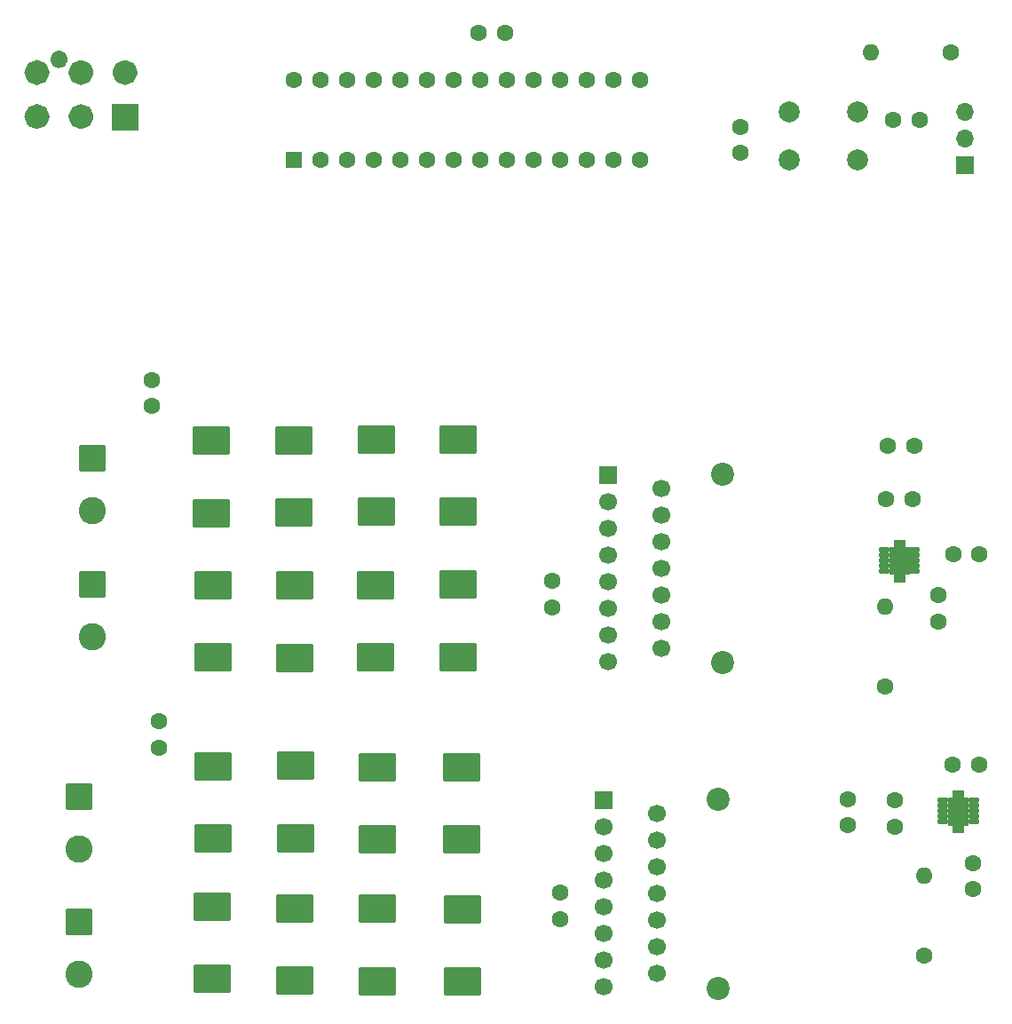
<source format=gbr>
%TF.GenerationSoftware,KiCad,Pcbnew,9.0.0*%
%TF.CreationDate,2025-03-14T18:44:21-06:00*%
%TF.ProjectId,MotorControllerBoardV2,4d6f746f-7243-46f6-9e74-726f6c6c6572,rev?*%
%TF.SameCoordinates,Original*%
%TF.FileFunction,Soldermask,Top*%
%TF.FilePolarity,Negative*%
%FSLAX46Y46*%
G04 Gerber Fmt 4.6, Leading zero omitted, Abs format (unit mm)*
G04 Created by KiCad (PCBNEW 9.0.0) date 2025-03-14 18:44:21*
%MOMM*%
%LPD*%
G01*
G04 APERTURE LIST*
G04 Aperture macros list*
%AMRoundRect*
0 Rectangle with rounded corners*
0 $1 Rounding radius*
0 $2 $3 $4 $5 $6 $7 $8 $9 X,Y pos of 4 corners*
0 Add a 4 corners polygon primitive as box body*
4,1,4,$2,$3,$4,$5,$6,$7,$8,$9,$2,$3,0*
0 Add four circle primitives for the rounded corners*
1,1,$1+$1,$2,$3*
1,1,$1+$1,$4,$5*
1,1,$1+$1,$6,$7*
1,1,$1+$1,$8,$9*
0 Add four rect primitives between the rounded corners*
20,1,$1+$1,$2,$3,$4,$5,0*
20,1,$1+$1,$4,$5,$6,$7,0*
20,1,$1+$1,$6,$7,$8,$9,0*
20,1,$1+$1,$8,$9,$2,$3,0*%
G04 Aperture macros list end*
%ADD10C,0.010000*%
%ADD11C,1.226200*%
%ADD12C,0.846200*%
%ADD13C,1.600000*%
%ADD14RoundRect,0.102000X0.425000X0.140000X-0.425000X0.140000X-0.425000X-0.140000X0.425000X-0.140000X0*%
%ADD15O,1.600000X1.600000*%
%ADD16RoundRect,0.102000X1.650000X-1.250000X1.650000X1.250000X-1.650000X1.250000X-1.650000X-1.250000X0*%
%ADD17RoundRect,0.250000X-1.050000X1.050000X-1.050000X-1.050000X1.050000X-1.050000X1.050000X1.050000X0*%
%ADD18C,2.600000*%
%ADD19C,2.000000*%
%ADD20C,1.540000*%
%ADD21R,1.700000X1.700000*%
%ADD22O,1.700000X1.700000*%
%ADD23RoundRect,0.250000X0.550000X-0.550000X0.550000X0.550000X-0.550000X0.550000X-0.550000X-0.550000X0*%
%ADD24R,1.695000X1.695000*%
%ADD25C,1.695000*%
%ADD26C,2.200000*%
G04 APERTURE END LIST*
D10*
%TO.C,U4*%
X188132500Y-94480000D02*
X188152500Y-94480000D01*
X188152500Y-93780000D01*
X188632500Y-93780000D01*
X188632500Y-94480000D01*
X189067500Y-94480000D01*
X189067500Y-97080000D01*
X188632500Y-97080000D01*
X188632500Y-97780000D01*
X188152500Y-97780000D01*
X188152500Y-97080000D01*
X188132500Y-97080000D01*
X188132500Y-97780000D01*
X187652500Y-97780000D01*
X187652500Y-97080000D01*
X187217500Y-97080000D01*
X187217500Y-94480000D01*
X187652500Y-94480000D01*
X187652500Y-93780000D01*
X188132500Y-93780000D01*
X188132500Y-94480000D01*
G36*
X188132500Y-94480000D02*
G01*
X188152500Y-94480000D01*
X188152500Y-93780000D01*
X188632500Y-93780000D01*
X188632500Y-94480000D01*
X189067500Y-94480000D01*
X189067500Y-97080000D01*
X188632500Y-97080000D01*
X188632500Y-97780000D01*
X188152500Y-97780000D01*
X188152500Y-97080000D01*
X188132500Y-97080000D01*
X188132500Y-97780000D01*
X187652500Y-97780000D01*
X187652500Y-97080000D01*
X187217500Y-97080000D01*
X187217500Y-94480000D01*
X187652500Y-94480000D01*
X187652500Y-93780000D01*
X188132500Y-93780000D01*
X188132500Y-94480000D01*
G37*
%TO.C,U3*%
X193730000Y-118370000D02*
X193750000Y-118370000D01*
X193750000Y-117670000D01*
X194230000Y-117670000D01*
X194230000Y-118370000D01*
X194665000Y-118370000D01*
X194665000Y-120970000D01*
X194230000Y-120970000D01*
X194230000Y-121670000D01*
X193750000Y-121670000D01*
X193750000Y-120970000D01*
X193730000Y-120970000D01*
X193730000Y-121670000D01*
X193250000Y-121670000D01*
X193250000Y-120970000D01*
X192815000Y-120970000D01*
X192815000Y-118370000D01*
X193250000Y-118370000D01*
X193250000Y-117670000D01*
X193730000Y-117670000D01*
X193730000Y-118370000D01*
G36*
X193730000Y-118370000D02*
G01*
X193750000Y-118370000D01*
X193750000Y-117670000D01*
X194230000Y-117670000D01*
X194230000Y-118370000D01*
X194665000Y-118370000D01*
X194665000Y-120970000D01*
X194230000Y-120970000D01*
X194230000Y-121670000D01*
X193750000Y-121670000D01*
X193750000Y-120970000D01*
X193730000Y-120970000D01*
X193730000Y-121670000D01*
X193250000Y-121670000D01*
X193250000Y-120970000D01*
X192815000Y-120970000D01*
X192815000Y-118370000D01*
X193250000Y-118370000D01*
X193250000Y-117670000D01*
X193730000Y-117670000D01*
X193730000Y-118370000D01*
G37*
D11*
%TO.C,J1*%
X110713100Y-53460000D02*
G75*
G02*
X109486900Y-53460000I-613100J0D01*
G01*
X109486900Y-53460000D02*
G75*
G02*
X110713100Y-53460000I613100J0D01*
G01*
X106513100Y-53460000D02*
G75*
G02*
X105286900Y-53460000I-613100J0D01*
G01*
X105286900Y-53460000D02*
G75*
G02*
X106513100Y-53460000I613100J0D01*
G01*
X114913100Y-49260000D02*
G75*
G02*
X113686900Y-49260000I-613100J0D01*
G01*
X113686900Y-49260000D02*
G75*
G02*
X114913100Y-49260000I613100J0D01*
G01*
X110713100Y-49260000D02*
G75*
G02*
X109486900Y-49260000I-613100J0D01*
G01*
X109486900Y-49260000D02*
G75*
G02*
X110713100Y-49260000I613100J0D01*
G01*
X106513100Y-49260000D02*
G75*
G02*
X105286900Y-49260000I-613100J0D01*
G01*
X105286900Y-49260000D02*
G75*
G02*
X106513100Y-49260000I613100J0D01*
G01*
D12*
X108423100Y-48000000D02*
G75*
G02*
X107576900Y-48000000I-423100J0D01*
G01*
X107576900Y-48000000D02*
G75*
G02*
X108423100Y-48000000I423100J0D01*
G01*
D10*
X115526200Y-54686200D02*
X113073800Y-54686200D01*
X113073800Y-52233800D01*
X115526200Y-52233800D01*
X115526200Y-54686200D01*
G36*
X115526200Y-54686200D02*
G01*
X113073800Y-54686200D01*
X113073800Y-52233800D01*
X115526200Y-52233800D01*
X115526200Y-54686200D01*
G37*
%TD*%
D13*
%TO.C,C10*%
X195140000Y-124610000D03*
X195140000Y-127110000D03*
%TD*%
%TO.C,C9*%
X195730000Y-115270000D03*
X193230000Y-115270000D03*
%TD*%
D14*
%TO.C,U4*%
X189617500Y-96780000D03*
X189617500Y-96280000D03*
X189617500Y-95780000D03*
X189617500Y-95280000D03*
X189617500Y-94780000D03*
X186667500Y-94780000D03*
X186667500Y-95280000D03*
X186667500Y-95780000D03*
X186667500Y-96280000D03*
X186667500Y-96780000D03*
%TD*%
%TO.C,U3*%
X195215000Y-120670000D03*
X195215000Y-120170000D03*
X195215000Y-119670000D03*
X195215000Y-119170000D03*
X195215000Y-118670000D03*
X192265000Y-118670000D03*
X192265000Y-119170000D03*
X192265000Y-119670000D03*
X192265000Y-120170000D03*
X192265000Y-120670000D03*
%TD*%
D13*
%TO.C,C14*%
X155820000Y-129970000D03*
X155820000Y-127470000D03*
%TD*%
%TO.C,R2*%
X190540000Y-133420000D03*
D15*
X190540000Y-125800000D03*
%TD*%
D13*
%TO.C,C7*%
X173010000Y-54410000D03*
X173010000Y-56910000D03*
%TD*%
%TO.C,R3*%
X193020000Y-47320000D03*
D15*
X185400000Y-47320000D03*
%TD*%
D16*
%TO.C,D3*%
X130392500Y-91210000D03*
X130392500Y-84310000D03*
%TD*%
%TO.C,D4*%
X122512500Y-91242500D03*
X122512500Y-84342500D03*
%TD*%
%TO.C,D5*%
X146042500Y-104965000D03*
X146042500Y-98065000D03*
%TD*%
%TO.C,D1*%
X146072500Y-91122500D03*
X146072500Y-84222500D03*
%TD*%
%TO.C,D10*%
X130482500Y-135837500D03*
X130482500Y-128937500D03*
%TD*%
%TO.C,D2*%
X138242500Y-91120000D03*
X138242500Y-84220000D03*
%TD*%
%TO.C,D6*%
X138212500Y-105022500D03*
X138212500Y-98122500D03*
%TD*%
%TO.C,D7*%
X130482500Y-105057500D03*
X130482500Y-98157500D03*
%TD*%
%TO.C,D13*%
X138352500Y-122382500D03*
X138352500Y-115482500D03*
%TD*%
%TO.C,D14*%
X130552500Y-122235000D03*
X130552500Y-115335000D03*
%TD*%
%TO.C,D8*%
X122722500Y-105035000D03*
X122722500Y-98135000D03*
%TD*%
%TO.C,D11*%
X146452500Y-135942500D03*
X146452500Y-129042500D03*
%TD*%
%TO.C,D15*%
X146402500Y-122382500D03*
X146402500Y-115482500D03*
%TD*%
%TO.C,D16*%
X122722500Y-122295000D03*
X122722500Y-115395000D03*
%TD*%
D17*
%TO.C,MLF1*%
X111162500Y-86060000D03*
D18*
X111162500Y-91060000D03*
%TD*%
D17*
%TO.C,MRB1*%
X109942500Y-130260000D03*
D18*
X109942500Y-135260000D03*
%TD*%
D17*
%TO.C,MRF1*%
X109942500Y-118260000D03*
D18*
X109942500Y-123260000D03*
%TD*%
D16*
%TO.C,D12*%
X122652500Y-135672500D03*
X122652500Y-128772500D03*
%TD*%
D17*
%TO.C,MLB1*%
X111162500Y-98060000D03*
D18*
X111162500Y-103060000D03*
%TD*%
D13*
%TO.C,C5*%
X186910000Y-89940000D03*
X189410000Y-89940000D03*
%TD*%
%TO.C,C2*%
X193280000Y-95160000D03*
X195780000Y-95160000D03*
%TD*%
%TO.C,C3*%
X187080000Y-84830000D03*
X189580000Y-84830000D03*
%TD*%
%TO.C,C13*%
X183240000Y-121020000D03*
X183240000Y-118520000D03*
%TD*%
%TO.C,C1*%
X155000000Y-97750000D03*
X155000000Y-100250000D03*
%TD*%
%TO.C,C6*%
X150530000Y-45460000D03*
X148030000Y-45460000D03*
%TD*%
%TO.C,C8*%
X116880000Y-81040000D03*
X116880000Y-78540000D03*
%TD*%
%TO.C,C4*%
X191830000Y-99100000D03*
X191830000Y-101600000D03*
%TD*%
%TO.C,C11*%
X117550000Y-113610000D03*
X117550000Y-111110000D03*
%TD*%
%TO.C,C12*%
X187750000Y-118640000D03*
X187750000Y-121140000D03*
%TD*%
%TO.C,C15*%
X190080000Y-53790000D03*
X187580000Y-53790000D03*
%TD*%
D19*
%TO.C,SW1*%
X177640000Y-53050000D03*
X184140000Y-53050000D03*
X177640000Y-57550000D03*
X184140000Y-57550000D03*
%TD*%
D20*
%TO.C,J1*%
X108000000Y-48000000D03*
%TD*%
D13*
%TO.C,R1*%
X186770000Y-107750000D03*
D15*
X186770000Y-100130000D03*
%TD*%
D21*
%TO.C,UPDIHeader1*%
X194410000Y-58080000D03*
D22*
X194410000Y-55540000D03*
X194410000Y-53000000D03*
%TD*%
D23*
%TO.C,U1*%
X130380000Y-57620000D03*
D13*
X132920000Y-57620000D03*
X135460000Y-57620000D03*
X138000000Y-57620000D03*
X140540000Y-57620000D03*
X143080000Y-57620000D03*
X145620000Y-57620000D03*
X148160000Y-57620000D03*
X150700000Y-57620000D03*
X153240000Y-57620000D03*
X155780000Y-57620000D03*
X158320000Y-57620000D03*
X160860000Y-57620000D03*
X163400000Y-57620000D03*
X163400000Y-50000000D03*
X160860000Y-50000000D03*
X158320000Y-50000000D03*
X155780000Y-50000000D03*
X153240000Y-50000000D03*
X150700000Y-50000000D03*
X148160000Y-50000000D03*
X145620000Y-50000000D03*
X143080000Y-50000000D03*
X140540000Y-50000000D03*
X138000000Y-50000000D03*
X135460000Y-50000000D03*
X132920000Y-50000000D03*
X130380000Y-50000000D03*
%TD*%
D24*
%TO.C,U5*%
X159920000Y-118650000D03*
D25*
X165000000Y-119920000D03*
X159920000Y-121190000D03*
X165000000Y-122460000D03*
X159920000Y-123730000D03*
X165000000Y-125000000D03*
X159920000Y-126270000D03*
D26*
X170850000Y-118540000D03*
D25*
X165000000Y-127540000D03*
D26*
X170850000Y-136540000D03*
D25*
X159920000Y-128810000D03*
X165000000Y-130080000D03*
X159920000Y-131350000D03*
X165000000Y-132620000D03*
X159920000Y-133890000D03*
X165000000Y-135160000D03*
X159920000Y-136430000D03*
%TD*%
D16*
%TO.C,D9*%
X138372500Y-135882500D03*
X138372500Y-128982500D03*
%TD*%
D24*
%TO.C,U2*%
X160400000Y-87650000D03*
D25*
X165480000Y-88920000D03*
X160400000Y-90190000D03*
X165480000Y-91460000D03*
X160400000Y-92730000D03*
X165480000Y-94000000D03*
X160400000Y-95270000D03*
D26*
X171330000Y-87540000D03*
D25*
X165480000Y-96540000D03*
D26*
X171330000Y-105540000D03*
D25*
X160400000Y-97810000D03*
X165480000Y-99080000D03*
X160400000Y-100350000D03*
X165480000Y-101620000D03*
X160400000Y-102890000D03*
X165480000Y-104160000D03*
X160400000Y-105430000D03*
%TD*%
M02*

</source>
